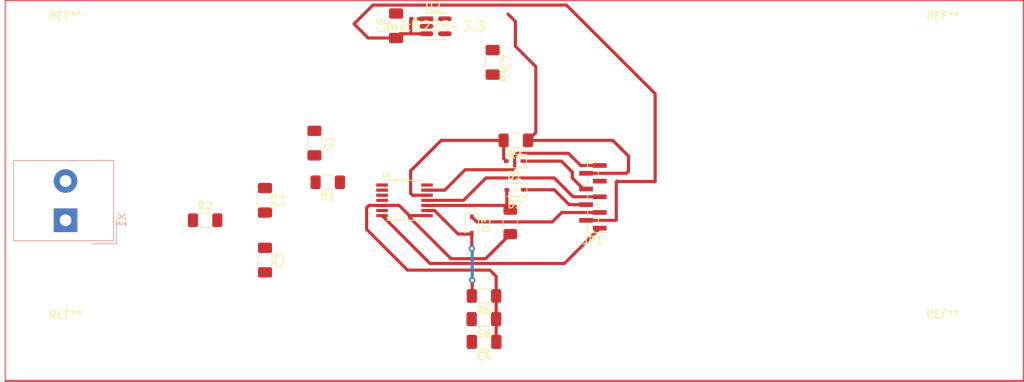
<source format=kicad_pcb>
(kicad_pcb (version 20211014) (generator pcbnew)
  (title_block (title "Thermocouple Amplifier ") (date "2022-08-03") (rev "0.0.0") (company "FirstLink Consulting Services") (comment 1 "I do not know what I  am doing "))
  (layers (0 "F.Cu" signal) (31 "B.Cu" signal) (34 "B.Paste" user) (35 "F.Paste" user) (36 "B.SilkS" user "B.Silkscreen") (37 "F.SilkS" user "F.Silkscreen") (38 "B.Mask" user) (39 "F.Mask" user) (44 "Edge.Cuts" user))
  (net 0 "")
  (net 1 "Net-(C1-Pad2)")
  (net 2 "Net-(C2-Pad2)")
  (net 3 "+3V3")
  (net 4 "VDD")
  (net 5 "Net-(D1-Pad1)")
  (net 6 "Net-(D1-Pad2)")
  (net 7 "Net-(D2-Pad1)")
  (net 8 "Net-(D2-Pad2)")
  (net 9 "Net-(D3-Pad1)")
  (net 10 "Net-(D3-Pad2)")
  (net 11 "/DRDY")
  (net 12 "Net-(JP1-Pad2)")
  (net 13 "Net-(JP1-Pad5)")
  (net 14 "Net-(R1-Pad1)")
  (net 15 "Net-(R2-Pad1)")
  (net 16 "GNDD")
  (footprint "Capacitor_SMD:C_1206_3216Metric_Pad1.33x1.80mm_HandSolder" (layer "F.Cu") (at 114.3 114.3 -90)
    (fp_text reference "C2" (at 0 -1.85 90) (layer "F.SilkS"))
    (fp_text value "0.01uF")
    (fp_line (start -0.711252 -0.91) (end 0.711252 -0.91) (layer "F.SilkS") (width 0.12))
    (fp_line (start -0.711252 0.91) (end 0.711252 0.91) (layer "F.SilkS") (width 0.12))
    (pad "1" smd roundrect (at -1.5625 0 270) (size 1.325 1.8) (layers "F.Cu" "F.Paste" "F.Mask") (roundrect_rratio 0.188679) (net 1 "Net-(C1-Pad2)"))
    (pad "2" smd roundrect (at 1.5625 0 270) (size 1.325 1.8) (layers "F.Cu" "F.Paste" "F.Mask") (roundrect_rratio 0.188679) (net 2 "Net-(C2-Pad2)"))
  )
  (footprint "Capacitor_SMD:C_1206_3216Metric_Pad1.33x1.80mm_HandSolder" (layer "F.Cu") (at 143.3 96.7 -90)
    (fp_text reference "C7" (at 0 -1.85 90) (layer "F.SilkS"))
    (fp_text value "10uF")
    (fp_line (start -0.711252 -0.91) (end 0.711252 -0.91) (layer "F.SilkS") (width 0.12))
    (fp_line (start -0.711252 0.91) (end 0.711252 0.91) (layer "F.SilkS") (width 0.12))
    (pad "1" smd roundrect (at -1.5625 0 270) (size 1.325 1.8) (layers "F.Cu" "F.Paste" "F.Mask") (roundrect_rratio 0.188679) (net 3 "+3V3"))
    (pad "2" smd roundrect (at 1.5625 0 270) (size 1.325 1.8) (layers "F.Cu" "F.Paste" "F.Mask") (roundrect_rratio 0.188679) (net 16 "GNDD"))
  )
  (footprint "Capacitor_SMD:C_1206_3216Metric_Pad1.33x1.80mm_HandSolder" (layer "F.Cu") (at 142.1875 129.45 180)
    (fp_text reference "C6" (at 0 -1.85) (layer "F.SilkS"))
    (fp_text value "0.1uF")
    (fp_line (start -0.711252 -0.91) (end 0.711252 -0.91) (layer "F.SilkS") (width 0.12))
    (fp_line (start -0.711252 0.91) (end 0.711252 0.91) (layer "F.SilkS") (width 0.12))
    (pad "1" smd roundrect (at -1.5625 0 180) (size 1.325 1.8) (layers "F.Cu" "F.Paste" "F.Mask") (roundrect_rratio 0.188679) (net 3 "+3V3"))
    (pad "2" smd roundrect (at 1.5625 0 180) (size 1.325 1.8) (layers "F.Cu" "F.Paste" "F.Mask") (roundrect_rratio 0.188679) (net 16 "GNDD"))
  )
  (footprint "Capacitor_SMD:C_1206_3216Metric_Pad1.33x1.80mm_HandSolder" (layer "F.Cu") (at 114.3 121.92 -90)
    (fp_text reference "C3" (at 0 -1.85 90) (layer "F.SilkS"))
    (fp_text value "0.01uF")
    (fp_line (start -0.711252 0.91) (end 0.711252 0.91) (layer "F.SilkS") (width 0.12))
    (fp_line (start -0.711252 -0.91) (end 0.711252 -0.91) (layer "F.SilkS") (width 0.12))
    (pad "1" smd roundrect (at -1.5625 0 270) (size 1.325 1.8) (layers "F.Cu" "F.Paste" "F.Mask") (roundrect_rratio 0.188679) (net 2 "Net-(C2-Pad2)"))
    (pad "2" smd roundrect (at 1.5625 0 270) (size 1.325 1.8) (layers "F.Cu" "F.Paste" "F.Mask") (roundrect_rratio 0.188679) (net 16 "GNDD"))
  )
  (footprint "MountingHole:MountingHole_2.1mm" (layer "F.Cu") (at 200.66 132.08)
    (fp_text reference "REF**" (at 0 -3.2) (layer "F.SilkS"))
    (fp_text value "MountingHole_2.1mm")
    (pad "" np_thru_hole circle (at 0 0) (size 2.1 2.1) (drill 2.1) (layers *.Cu *.Mask))
  )
  (footprint "MountingHole:MountingHole_2.1mm" (layer "F.Cu") (at 88.9 93.98)
    (fp_text reference "REF**" (at 0 -3.2) (layer "F.SilkS"))
    (fp_text value "MountingHole_2.1mm")
    (pad "" np_thru_hole circle (at 0 0) (size 2.1 2.1) (drill 2.1) (layers *.Cu *.Mask))
    (pad "" np_thru_hole circle (at 0 0) (size 2.1 2.1) (drill 2.1) (layers *.Cu *.Mask))
  )
  (footprint "MountingHole:MountingHole_2.1mm" (layer "F.Cu") (at 88.9 132.08)
    (fp_text reference "REF**" (at 0 -3.2) (layer "F.SilkS"))
    (fp_text value "MountingHole_2.1mm")
    (pad "" np_thru_hole circle (at 0 0) (size 2.1 2.1) (drill 2.1) (layers *.Cu *.Mask))
  )
  (footprint "Resistor_SMD:R_1206_3216Metric_Pad1.30x1.75mm_HandSolder" (layer "F.Cu") (at 106.68 116.84)
    (fp_text reference "R2" (at 0 -1.82) (layer "F.SilkS"))
    (fp_text value "100")
    (fp_line (start -0.727064 0.91) (end 0.727064 0.91) (layer "F.SilkS") (width 0.12))
    (fp_line (start -0.727064 -0.91) (end 0.727064 -0.91) (layer "F.SilkS") (width 0.12))
    (pad "1" smd roundrect (at -1.55 0) (size 1.3 1.75) (layers "F.Cu" "F.Paste" "F.Mask") (roundrect_rratio 0.192308) (net 15 "Net-(R2-Pad1)"))
    (pad "2" smd roundrect (at 1.55 0) (size 1.3 1.75) (layers "F.Cu" "F.Paste" "F.Mask") (roundrect_rratio 0.192308) (net 2 "Net-(C2-Pad2)"))
  )
  (footprint "Diode_SMD:D_SOD-323" (layer "F.Cu") (at 140.65 117.45 -90)
    (fp_text reference "D3" (at 0 -1.85 -270) (layer "F.SilkS"))
    (fp_text value "1N4148")
    (fp_line (start -1.5 -0.85) (end -1.5 0.85) (layer "F.SilkS") (width 0.12))
    (fp_line (start -1.5 0.85) (end 1.05 0.85) (layer "F.SilkS") (width 0.12))
    (fp_line (start -1.5 -0.85) (end 1.05 -0.85) (layer "F.SilkS") (width 0.12))
    (pad "1" smd rect (at -1.05 0 270) (size 0.6 0.45) (layers "F.Cu" "F.Paste" "F.Mask") (net 9 "Net-(D3-Pad1)"))
    (pad "2" smd rect (at 1.05 0 270) (size 0.6 0.45) (layers "F.Cu" "F.Paste" "F.Mask") (net 10 "Net-(D3-Pad2)"))
  )
  (footprint "Resistor_SMD:R_1206_3216Metric_Pad1.30x1.75mm_HandSolder" (layer "F.Cu") (at 146.25 106.65 180)
    (fp_text reference "R3" (at 0 -1.82) (layer "F.SilkS"))
    (fp_text value "10K")
    (fp_line (start -0.727064 -0.91) (end 0.727064 -0.91) (layer "F.SilkS") (width 0.12))
    (fp_line (start -0.727064 0.91) (end 0.727064 0.91) (layer "F.SilkS") (width 0.12))
    (pad "1" smd roundrect (at -1.55 0 180) (size 1.3 1.75) (layers "F.Cu" "F.Paste" "F.Mask") (roundrect_rratio 0.192308) (net 3 "+3V3"))
    (pad "2" smd roundrect (at 1.55 0 180) (size 1.3 1.75) (layers "F.Cu" "F.Paste" "F.Mask") (roundrect_rratio 0.192308) (net 6 "Net-(D1-Pad2)"))
  )
  (footprint "Capacitor_SMD:C_1206_3216Metric_Pad1.33x1.80mm_HandSolder" (layer "F.Cu") (at 131 92.0375 90)
    (fp_text reference "C5" (at 0 -1.85 90) (layer "F.SilkS"))
    (fp_text value "10uF")
    (fp_line (start -0.711252 -0.91) (end 0.711252 -0.91) (layer "F.SilkS") (width 0.12))
    (fp_line (start -0.711252 0.91) (end 0.711252 0.91) (layer "F.SilkS") (width 0.12))
    (pad "1" smd roundrect (at -1.5625 0 90) (size 1.325 1.8) (layers "F.Cu" "F.Paste" "F.Mask") (roundrect_rratio 0.188679) (net 4 "VDD"))
    (pad "2" smd roundrect (at 1.5625 0 90) (size 1.325 1.8) (layers "F.Cu" "F.Paste" "F.Mask") (roundrect_rratio 0.188679) (net 16 "GNDD"))
  )
  (footprint "Capacitor_SMD:C_1206_3216Metric_Pad1.33x1.80mm_HandSolder" (layer "F.Cu") (at 142.2125 132.35 180)
    (fp_text reference "C4" (at 0 -1.85) (layer "F.SilkS"))
    (fp_text value "0.1uF")
    (fp_line (start -0.711252 -0.91) (end 0.711252 -0.91) (layer "F.SilkS") (width 0.12))
    (fp_line (start -0.711252 0.91) (end 0.711252 0.91) (layer "F.SilkS") (width 0.12))
    (pad "1" smd roundrect (at -1.5625 0 180) (size 1.325 1.8) (layers "F.Cu" "F.Paste" "F.Mask") (roundrect_rratio 0.188679) (net 3 "+3V3"))
    (pad "2" smd roundrect (at 1.5625 0 180) (size 1.325 1.8) (layers "F.Cu" "F.Paste" "F.Mask") (roundrect_rratio 0.188679) (net 16 "GNDD"))
  )
  (footprint "Resistor_SMD:R_1206_3216Metric_Pad1.30x1.75mm_HandSolder" (layer "F.Cu") (at 122.3 112 180)
    (fp_text reference "R1" (at 0 -1.82) (layer "F.SilkS"))
    (fp_text value "100")
    (fp_line (start -0.727064 0.91) (end 0.727064 0.91) (layer "F.SilkS") (width 0.12))
    (fp_line (start -0.727064 -0.91) (end 0.727064 -0.91) (layer "F.SilkS") (width 0.12))
    (pad "1" smd roundrect (at -1.55 0 180) (size 1.3 1.75) (layers "F.Cu" "F.Paste" "F.Mask") (roundrect_rratio 0.192308) (net 14 "Net-(R1-Pad1)"))
    (pad "2" smd roundrect (at 1.55 0 180) (size 1.3 1.75) (layers "F.Cu" "F.Paste" "F.Mask") (roundrect_rratio 0.192308) (net 1 "Net-(C1-Pad2)"))
  )
  (footprint "Diode_SMD:D_SOD-323" (layer "F.Cu") (at 146.1 109.3 180)
    (fp_text reference "D1" (at 0 -1.85) (layer "F.SilkS"))
    (fp_text value "1N4148")
    (fp_line (start -1.5 -0.85) (end -1.5 0.85) (layer "F.SilkS") (width 0.12))
    (fp_line (start -1.5 0.85) (end 1.05 0.85) (layer "F.SilkS") (width 0.12))
    (fp_line (start -1.5 -0.85) (end 1.05 -0.85) (layer "F.SilkS") (width 0.12))
    (pad "1" smd rect (at -1.05 0 180) (size 0.6 0.45) (layers "F.Cu" "F.Paste" "F.Mask") (net 5 "Net-(D1-Pad1)"))
    (pad "2" smd rect (at 1.05 0 180) (size 0.6 0.45) (layers "F.Cu" "F.Paste" "F.Mask") (net 6 "Net-(D1-Pad2)"))
  )
  (footprint "MAX31856MUD_:SOP65P640X110-14N" (layer "F.Cu") (at 132.08 114.3)
    (fp_text reference "U1" (at -2.285858 -3.240391) (layer "F.SilkS") (effects (font (size 0.514253 0.514253))))
    (fp_text value "MAX31856")
    (fp_line (start 2.25 -2.55) (end -2.25 -2.55) (layer "F.SilkS") (width 0.127))
    (fp_line (start -2.25 2.55) (end 2.25 2.55) (layer "F.SilkS") (width 0.127))
    (fp_circle (center -3.964 -1.932) (end -3.864 -1.932) (layer "F.SilkS") (width 0.2) (fill none))
    (pad "1" smd roundrect locked (at -2.865 -1.95) (size 1.48 0.41) (layers "F.Cu" "F.Paste" "F.Mask") (roundrect_rratio 0.02) (net 16 "GNDD"))
    (pad "2" smd roundrect locked (at -2.865 -1.3) (size 1.48 0.41) (layers "F.Cu" "F.Paste" "F.Mask") (roundrect_rratio 0.02) (net 14 "Net-(R1-Pad1)"))
    (pad "3" smd roundrect locked (at -2.865 -0.65) (size 1.48 0.41) (layers "F.Cu" "F.Paste" "F.Mask") (roundrect_rratio 0.02) (net 1 "Net-(C1-Pad2)"))
    (pad "4" smd roundrect locked (at -2.865 0) (size 1.48 0.41) (layers "F.Cu" "F.Paste") (roundrect_rratio 0.02) (net 2 "Net-(C2-Pad2)"))
    (pad "5" smd roundrect locked (at -2.865 0.65) (size 1.48 0.41) (layers "F.Cu" "F.Paste" "F.Mask") (roundrect_rratio 0.02) (net 3 "+3V3"))
    (pad "6" smd roundrect locked (at -2.865 1.3) (size 1.48 0.41) (layers "F.Cu" "F.Paste" "F.Mask") (roundrect_rratio 0.02))
    (pad "7" smd roundrect locked (at -2.865 1.95) (size 1.48 0.41) (layers "F.Cu" "F.Paste" "F.Mask") (roundrect_rratio 0.02) (net 11 "/DRDY"))
    (pad "8" smd roundrect locked (at 2.865 1.95 180) (size 1.48 0.41) (layers "F.Cu" "F.Paste" "F.Mask") (roundrect_rratio 0.02) (net 3 "+3V3"))
    (pad "9" smd roundrect locked (at 2.865 1.3 180) (size 1.48 0.41) (layers "F.Cu" "F.Paste" "F.Mask") (roundrect_rratio 0.02) (net 10 "Net-(D3-Pad2)"))
    (pad "10" smd roundrect locked (at 2.865 0.65 180) (size 1.48 0.41) (layers "F.Cu" "F.Paste" "F.Mask") (roundrect_rratio 0.02) (net 8 "Net-(D2-Pad2)"))
    (pad "11" smd roundrect locked (at 2.865 0 180) (size 1.48 0.41) (layers "F.Cu" "F.Paste" "F.Mask") (roundrect_rratio 0.02) (net 13 "Net-(JP1-Pad5)"))
    (pad "12" smd roundrect locked (at 2.865 -0.65 180) (size 1.48 0.41) (layers "F.Cu" "F.Paste" "F.Mask") (roundrect_rratio 0.02) (net 6 "Net-(D1-Pad2)"))
    (pad "13" smd roundrect locked (at 2.865 -1.3 180) (size 1.48 0.41) (layers "F.Cu" "F.Paste" "F.Mask") (roundrect_rratio 0.02) (net 12 "Net-(JP1-Pad2)"))
    (pad "14" smd roundrect locked (at 2.865 -1.95 180) (size 1.48 0.41) (layers "F.Cu" "F.Paste" "F.Mask") (roundrect_rratio 0.02))
  )
  (footprint "MountingHole:MountingHole_2.1mm" (layer "F.Cu") (at 200.66 93.98)
    (fp_text reference "REF**" (at 0 -3.2) (layer "F.SilkS"))
    (fp_text value "MountingHole_2.1mm")
    (pad "" np_thru_hole circle (at 0 0) (size 2.1 2.1) (drill 2.1) (layers *.Cu *.Mask))
  )
  (footprint "Diode_SMD:D_SOD-323" (layer "F.Cu") (at 146.15 112.95 180)
    (fp_text reference "D2" (at 0 -1.85) (layer "F.SilkS"))
    (fp_text value "1N4148")
    (fp_line (start -1.5 -0.85) (end 1.05 -0.85) (layer "F.SilkS") (width 0.12))
    (fp_line (start -1.5 0.85) (end 1.05 0.85) (layer "F.SilkS") (width 0.12))
    (fp_line (start -1.5 -0.85) (end -1.5 0.85) (layer "F.SilkS") (width 0.12))
    (pad "1" smd rect (at -1.05 0 180) (size 0.6 0.45) (layers "F.Cu" "F.Paste" "F.Mask") (net 7 "Net-(D2-Pad1)"))
    (pad "2" smd rect (at 1.05 0 180) (size 0.6 0.45) (layers "F.Cu" "F.Paste" "F.Mask") (net 8 "Net-(D2-Pad2)"))
  )
  (footprint "Resistor_SMD:R_1206_3216Metric_Pad1.30x1.75mm_HandSolder" (layer "F.Cu") (at 142.2 126.5 180)
    (fp_text reference "R5" (at 0 -1.82) (layer "F.SilkS"))
    (fp_text value "10K")
    (fp_line (start -0.727064 -0.91) (end 0.727064 -0.91) (layer "F.SilkS") (width 0.12))
    (fp_line (start -0.727064 0.91) (end 0.727064 0.91) (layer "F.SilkS") (width 0.12))
    (pad "1" smd roundrect (at -1.55 0 180) (size 1.3 1.75) (layers "F.Cu" "F.Paste" "F.Mask") (roundrect_rratio 0.192308) (net 3 "+3V3"))
    (pad "2" smd roundrect (at 1.55 0 180) (size 1.3 1.75) (layers "F.Cu" "F.Paste" "F.Mask") (roundrect_rratio 0.192308) (net 10 "Net-(D3-Pad2)"))
  )
  (footprint "Connector_PinHeader_1.00mm:PinHeader_1x09_P1.00mm_Vertical_SMD_Pin1Left" (layer "F.Cu") (at 156.075 113.85 180)
    (fp_text reference "JP1" (at 0 -5.56) (layer "F.SilkS"))
    (fp_text value "HEADER-1X970MIL")
    (fp_line (start -0.695 0.56) (end -0.695 1.44) (layer "F.SilkS") (width 0.12))
    (fp_line (start -0.695 -4.56) (end -0.695 -4.56) (layer "F.SilkS") (width 0.12))
    (fp_line (start -0.695 2.56) (end -0.695 3.44) (layer "F.SilkS") (width 0.12))
    (fp_line (start 0.695 4.56) (end 0.695 4.56) (layer "F.SilkS") (width 0.12))
    (fp_line (start -0.695 -4.56) (end 0.695 -4.56) (layer "F.SilkS") (width 0.12))
    (fp_line (start -0.695 4.56) (end 0.695 4.56) (layer "F.SilkS") (width 0.12))
    (fp_line (start -0.695 -3.44) (end -0.695 -2.56) (layer "F.SilkS") (width 0.12))
    (fp_line (start 0.695 -4.56) (end 0.695 -3.56) (layer "F.SilkS") (width 0.12))
    (fp_line (start -0.695 -1.44) (end -0.695 -0.56) (layer "F.SilkS") (width 0.12))
    (fp_line (start 0.695 1.56) (end 0.695 2.44) (layer "F.SilkS") (width 0.12))
    (fp_line (start -0.695 -4.56) (end -1.69 -4.56) (layer "F.SilkS") (width 0.12))
    (fp_line (start 0.695 -0.44) (end 0.695 0.44) (layer "F.SilkS") (width 0.12))
    (fp_line (start 0.695 3.56) (end 0.695 4.56) (layer "F.SilkS") (width 0.12))
    (fp_line (start 0.695 -2.44) (end 0.695 -1.56) (layer "F.SilkS") (width 0.12))
    (pad "1" smd rect (at -0.875 -4 180) (size 1.75 0.6) (layers "F.Cu" "F.Paste" "F.Mask") (net 11 "/DRDY"))
    (pad "2" smd rect (at 0.875 -3 180) (size 1.75 0.6) (layers "F.Cu" "F.Paste" "F.Mask") (net 4 "VDD"))
    (pad "3" smd rect (at -0.875 -2 180) (size 1.75 0.6) (layers "F.Cu" "F.Paste" "F.Mask") (net 9 "Net-(D3-Pad1)"))
    (pad "4" smd rect (at 0.875 -1 180) (size 1.75 0.6) (layers "F.Cu" "F.Paste" "F.Mask") (net 7 "Net-(D2-Pad1)"))
    (pad "5" smd rect (at -0.875 0 180) (size 1.75 0.6) (layers "F.Cu" "F.Paste" "F.Mask") (net 13 "Net-(JP1-Pad5)"))
    (pad "6" smd rect (at 0.875 1 180) (size 1.75 0.6) (layers "F.Cu" "F.Paste" "F.Mask") (net 5 "Net-(D1-Pad1)"))
    (pad "7" smd rect (at -0.875 2 180) (size 1.75 0.6) (layers "F.Cu" "F.Paste" "F.Mask") (net 16 "GNDD"))
    (pad "8" smd rect (at 0.875 3 180) (size 1.75 0.6) (layers "F.Cu" "F.Paste" "F.Mask") (net 3 "+3V3"))
    (pad "9" smd rect (at -0.875 4 180) (size 1.75 0.6) (layers "F.Cu" "F.Paste" "F.Mask") (net 12 "Net-(JP1-Pad2)"))
  )
  (footprint "Capacitor_SMD:C_1206_3216Metric_Pad1.33x1.80mm_HandSolder" (layer "F.Cu") (at 120.6 107 -90)
    (fp_text reference "C1" (at 0 -1.85 90) (layer "F.SilkS"))
    (fp_text value "0.01uF")
    (fp_line (start -0.711252 0.91) (end 0.711252 0.91) (layer "F.SilkS") (width 0.12))
    (fp_line (start -0.711252 -0.91) (end 0.711252 -0.91) (layer "F.SilkS") (width 0.12))
    (pad "1" smd roundrect (at -1.5625 0 270) (size 1.325 1.8) (layers "F.Cu" "F.Paste" "F.Mask") (roundrect_rratio 0.188679) (net 16 "GNDD"))
    (pad "2" smd roundrect (at 1.5625 0 270) (size 1.325 1.8) (layers "F.Cu" "F.Paste" "F.Mask") (roundrect_rratio 0.188679) (net 1 "Net-(C1-Pad2)"))
  )
  (footprint "IC_Microchip Technology_MIC5225-3:Microchip_Technology-SOT23-5LD-PL-1-0-0-IPC_A" (layer "F.Cu") (at 136.04 92.1)
    (fp_text reference "U2" (at -1.4281 -2.5) (layer "F.SilkS") (effects (justify left)))
    (fp_text value "mic5225-3.3" (at 0 0) (layer "F.SilkS") (effects (font (size 1.27 1.27))))
    (fp_line (start -1.4 1.7) (end 1.4 1.7) (layer "F.SilkS") (width 0.15))
    (fp_line (start -1.4 -1.7) (end 1.4 -1.7) (layer "F.SilkS") (width 0.15))
    (fp_circle (center -2.6031 -0.95) (end -2.4781 -0.95) (layer "F.SilkS") (width 0.25) (fill none))
    (pad "1" smd rect locked (at -1.175281 -0.95) (size 1.755639 0.609807) (layers "F.Cu" "F.Paste" "F.Mask") (net 4 "VDD"))
    (pad "2" smd roundrect locked (at -1.175281 0.000001) (size 1.755639 0.609807) (layers "F.Cu" "F.Paste" "F.Mask") (roundrect_rratio 0.5) (net 16 "GNDD"))
    (pad "3" smd roundrect locked (at -1.175281 0.950001) (size 1.755639 0.609807) (layers "F.Cu" "F.Paste" "F.Mask") (roundrect_rratio 0.5) (net 4 "VDD"))
    (pad "4" smd roundrect locked (at 1.175282 0.950001) (size 1.755639 0.609807) (layers "F.Cu" "F.Paste" "F.Mask") (roundrect_rratio 0.5))
    (pad "5" smd roundrect locked (at 1.175282 -0.95) (size 1.755639 0.609807) (layers "F.Cu" "F.Paste" "F.Mask") (roundrect_rratio 0.5) (net 3 "+3V3"))
  )
  (footprint "Resistor_SMD:R_1206_3216Metric_Pad1.30x1.75mm_HandSolder" (layer "F.Cu") (at 145.55 117.05 90)
    (fp_text reference "R4" (at 18.8 -0.72 90) (layer "F.SilkS"))
    (fp_text value "10K")
    (fp_line (start -0.727064 -0.91) (end 0.727064 -0.91) (layer "F.SilkS") (width 0.12))
    (fp_line (start -0.727064 0.91) (end 0.727064 0.91) (layer "F.SilkS") (width 0.12))
    (pad "1" smd roundrect (at -1.55 0 90) (size 1.3 1.75) (layers "F.Cu" "F.Paste" "F.Mask") (roundrect_rratio 0.192308) (net 3 "+3V3"))
    (pad "2" smd roundrect (at 1.55 0 90) (size 1.3 1.75) (layers "F.Cu" "F.Paste" "F.Mask") (roundrect_rratio 0.192308) (net 8 "Net-(D2-Pad2)"))
  )
  (footprint "TerminalBlock_Altech:Altech_AK300_1x02_P5.00mm_45-Degree" (layer "B.Cu") (at 88.9 116.84 90)
    (fp_text reference "X1" (at 0 7.2 90) (layer "B.SilkS") (effects (justify mirror)))
    (fp_text value "3.5mm term")
    (fp_line (start -3 3.5) (end -3 6.5) (layer "B.SilkS") (width 0.12))
    (fp_line (start -2.62 6.12) (end 7.62 6.12) (layer "B.SilkS") (width 0.12))
    (fp_line (start -2.62 6.12) (end -2.62 -6.62) (layer "B.SilkS") (width 0.12))
    (fp_line (start 7.62 6.12) (end 7.62 -6.62) (layer "B.SilkS") (width 0.12))
    (fp_line (start -2.62 -6.62) (end 7.62 -6.62) (layer "B.SilkS") (width 0.12))
    (fp_line (start -2.62 6.12) (end -2.62 -6.62) (layer "B.SilkS") (width 0.12))
    (fp_line (start -2.62 -6.62) (end 7.62 -6.62) (layer "B.SilkS") (width 0.12))
    (fp_line (start 7.62 6.12) (end 7.62 -6.62) (layer "B.SilkS") (width 0.12))
    (fp_line (start -3 6.5) (end 0 6.5) (layer "B.SilkS") (width 0.12))
    (fp_line (start -2.62 6.12) (end 7.62 6.12) (layer "B.SilkS") (width 0.12))
    (pad "1" thru_hole rect (at 0 0 90) (size 3 3) (drill 1.5) (layers *.Cu *.Mask) (net 15 "Net-(R2-Pad1)"))
    (pad "2" thru_hole circle (at 5 0 90) (size 3 3) (drill 1.5) (layers *.Cu *.Mask) (net 14 "Net-(R1-Pad1)"))
  )
  (gr_rect (start 81.25 137.35) (end 210.9 88.85) (layer "F.Cu") (width 0.2) (fill none))
  (gr_rect (start 210.82 137.16) (end 81.28 88.9) (layer "Edge.Cuts") (width 0.1) (fill none))
  (via (at 140.65 120.45) (size 0.8) (drill 0.4) (layers "F.Cu" "B.Cu") (net 0))
  (segment (start 145.55 118.6) (end 142.4 121.75) (width 0.4) (layer "F.Cu") (net 3))
  (segment (start 134.945 116.25) (end 132.7 116.25) (width 0.4) (layer "F.Cu") (net 3))
  (segment (start 138 121.75) (end 132.7 116.45) (width 0.4) (layer "F.Cu") (net 3))
  (segment (start 148.8 97.25) (end 148.8 105.65) (width 0.4) (layer "F.Cu") (net 3))
  (segment (start 132.45 123.2) (end 127.25 118) (width 0.4) (layer "F.Cu") (net 3))
  (segment (start 132.7 116.25) (end 131.4 114.95) (width 0.4) (layer "F.Cu") (net 3))
  (segment (start 146.2 94.65) (end 148.8 97.25) (width 0.4) (layer "F.Cu") (net 3))
  (segment (start 143.75 126.5) (end 143.75 132.325) (width 0.4) (layer "F.Cu") (net 3))
  (segment (start 145.25 90.5375) (end 146.2 91.4875) (width 0.4) (layer "F.Cu") (net 3))
  (segment (start 143.75 124) (end 142.95 123.2) (width 0.4) (layer "F.Cu") (net 3))
  (segment (start 131.4 114.95) (end 129.215 114.95) (width 0.4) (layer "F.Cu") (net 3))
  (segment (start 143.75 132.325) (end 143.775 132.35) (width 0.4) (layer "F.Cu") (net 3))
  (segment (start 142.95 123.2) (end 132.45 123.2) (width 0.4) (layer "F.Cu") (net 3))
  (segment (start 143.75 126.5) (end 143.75 124) (width 0.4) (layer "F.Cu") (net 3))
  (segment (start 142.4 121.75) (end 138 121.75) (width 0.4) (layer "F.Cu") (net 3))
  (segment (start 155.2 110.85) (end 160.35 110.85) (width 0.4) (layer "F.Cu") (net 3))
  (segment (start 158.6 106.65) (end 147.8 106.65) (width 0.4) (layer "F.Cu") (net 3))
  (segment (start 127.55 114.95) (end 129.215 114.95) (width 0.4) (layer "F.Cu") (net 3))
  (segment (start 160.6 108.65) (end 158.6 106.65) (width 0.4) (layer "F.Cu") (net 3))
  (segment (start 148.8 105.65) (end 147.8 106.65) (width 0.4) (layer "F.Cu") (net 3))
  (segment (start 160.35 110.85) (end 160.6 110.6) (width 0.4) (layer "F.Cu") (net 3))
  (segment (start 146.2 91.4875) (end 146.2 94.65) (width 0.4) (layer "F.Cu") (net 3))
  (segment (start 160.6 110.6) (end 160.6 108.65) (width 0.4) (layer "F.Cu") (net 3))
  (segment (start 127.25 115.25) (end 127.55 114.95) (width 0.4) (layer "F.Cu") (net 3))
  (segment (start 127.25 118) (end 127.25 115.25) (width 0.4) (layer "F.Cu") (net 3))
  (segment (start 132.7 116.45) (end 132.7 116.25) (width 0.4) (layer "F.Cu") (net 3))
  (segment (start 134.864719 91.15) (end 132.95 91.15) (width 0.4) (layer "F.Cu") (net 4))
  (segment (start 159.05 111.95) (end 159.05 116.8) (width 0.4) (layer "F.Cu") (net 4))
  (segment (start 159 116.85) (end 155.2 116.85) (width 0.4) (layer "F.Cu") (net 4))
  (segment (start 159.15 111.85) (end 159.05 111.95) (width 0.4) (layer "F.Cu") (net 4))
  (segment (start 164 111.9) (end 159.2 111.9) (width 0.4) (layer "F.Cu") (net 4))
  (segment (start 164 100.7) (end 164 111.9) (width 0.4) (layer "F.Cu") (net 4))
  (segment (start 125.65 91.8) (end 128.05 89.4) (width 0.4) (layer "F.Cu") (net 4))
  (segment (start 132.849999 91.150001) (end 132.849999 93.050001) (width 0.4) (layer "F.Cu") (net 4))
  (segment (start 159.05 116.8) (end 159 116.85) (width 0.4) (layer "F.Cu") (net 4))
  (segment (start 152.7 89.4) (end 164 100.7) (width 0.4) (layer "F.Cu") (net 4))
  (segment (start 131.549999 93.050001) (end 131 93.6) (width 0.4) (layer "F.Cu") (net 4))
  (segment (start 132.849999 93.050001) (end 131.549999 93.050001) (width 0.4) (layer "F.Cu") (net 4))
  (segment (start 127.45 93.6) (end 125.65 91.8) (width 0.4) (layer "F.Cu") (net 4))
  (segment (start 132.9 91.1) (end 132.849999 91.150001) (width 0.4) (layer "F.Cu") (net 4))
  (segment (start 134.864719 93.050001) (end 132.849999 93.050001) (width 0.4) (layer "F.Cu") (net 4))
  (segment (start 159.2 111.9) (end 159.15 111.85) (width 0.4) (layer "F.Cu") (net 4))
  (segment (start 132.95 91.15) (end 132.9 91.1) (width 0.4) (layer "F.Cu") (net 4))
  (segment (start 128.05 89.4) (end 152.7 89.4) (width 0.4) (layer "F.Cu") (net 4))
  (segment (start 131 93.6) (end 127.45 93.6) (width 0.4) (layer "F.Cu") (net 4))
  (segment (start 153.45 111.45) (end 154.85 112.85) (width 0.4) (layer "F.Cu") (net 5))
  (segment (start 147.15 109.3) (end 152.05 109.3) (width 0.4) (layer "F.Cu") (net 5))
  (segment (start 154.85 112.85) (end 155.2 112.85) (width 0.4) (layer "F.Cu") (net 5))
  (segment (start 153.45 110.7) (end 153.45 111.45) (width 0.4) (layer "F.Cu") (net 5))
  (segment (start 152.05 109.3) (end 153.45 110.7) (width 0.4) (layer "F.Cu") (net 5))
  (segment (start 132.85 113.4) (end 132.85 110.55) (width 0.4) (layer "F.Cu") (net 6))
  (segment (start 133.2 113.65) (end 133.15 113.7) (width 0.4) (layer "F.Cu") (net 6))
  (segment (start 136.75 106.65) (end 144.7 106.65) (width 0.4) (layer "F.Cu") (net 6))
  (segment (start 132.85 110.55) (end 136.75 106.65) (width 0.4) (layer "F.Cu") (net 6))
  (segment (start 134.945 113.65) (end 133.2 113.65) (width 0.4) (layer "F.Cu") (net 6))
  (segment (start 133.15 113.7) (end 132.85 113.4) (width 0.4) (layer "F.Cu") (net 6))
  (segment (start 144.7 108.95) (end 145.05 109.3) (width 0.4) (layer "F.Cu") (net 6))
  (segment (start 144.7 106.65) (end 144.7 108.95) (width 0.4) (layer "F.Cu") (net 6))
  (segment (start 153.05 114.85) (end 155.2 114.85) (width 0.4) (layer "F.Cu") (net 7))
  (segment (start 147.2 112.95) (end 151.15 112.95) (width 0.4) (layer "F.Cu") (net 7))
  (segment (start 151.15 112.95) (end 153.05 114.85) (width 0.4) (layer "F.Cu") (net 7))
  (segment (start 145.1 112.95) (end 145.1 115.05) (width 0.4) (layer "F.Cu") (net 8))
  (segment (start 145.1 115.05) (end 145.55 115.5) (width 0.4) (layer "F.Cu") (net 8))
  (segment (start 145 114.95) (end 145.55 115.5) (width 0.4) (layer "F.Cu") (net 8))
  (segment (start 134.945 114.95) (end 145 114.95) (width 0.4) (layer "F.Cu") (net 8))
  (segment (start 152.1 115.85) (end 150.9 117.05) (width 0.4) (layer "F.Cu") (net 9))
  (segment (start 156.95 115.85) (end 152.1 115.85) (width 0.4) (layer "F.Cu") (net 9))
  (segment (start 150.9 117.05) (end 141.3 117.05) (width 0.4) (layer "F.Cu") (net 9))
  (segment (start 141.3 117.05) (end 140.65 116.4) (width 0.4) (layer "F.Cu") (net 9))
  (segment (start 140.7 126.45) (end 140.65 126.5) (width 0.4) (layer "F.Cu") (net 10))
  (segment (start 138.9 118.6) (end 140.55 118.6) (width 0.4) (layer "F.Cu") (net 10))
  (segment (start 140.65 118.5) (end 140.65 120.45) (width 0.4) (layer "F.Cu") (net 10))
  (segment (start 135.9 115.6) (end 138.9 118.6) (width 0.4) (layer "F.Cu") (net 10))
  (segment (start 140.7 124.5) (end 140.7 126.45) (width 0.4) (layer "F.Cu") (net 10))
  (segment (start 140.55 118.6) (end 140.65 118.5) (width 0.4) (layer "F.Cu") (net 10))
  (segment (start 134.945 115.6) (end 135.9 115.6) (width 0.4) (layer "F.Cu") (net 10))
  (via (at 140.7 124.5) (size 0.8) (drill 0.4) (layers "F.Cu" "B.Cu") (net 10))
  (segment (start 140.7 124.5) (end 140.7 120.5) (width 0.4) (layer "B.Cu") (net 10))
  (segment (start 140.7 120.5) (end 140.65 120.45) (width 0.4) (layer "B.Cu") (net 10))
  (segment (start 135.315 122.35) (end 152.45 122.35) (width 0.4) (layer "F.Cu") (net 11))
  (segment (start 152.45 122.35) (end 156.95 117.85) (width 0.4) (layer "F.Cu") (net 11))
  (segment (start 129.215 116.25) (end 135.315 122.35) (width 0.4) (layer "F.Cu") (net 11))
  (segment (start 146.1 108.65) (end 146.1 110.1) (width 0.4) (layer "F.Cu") (net 12))
  (segment (start 156.95 109.85) (end 154.5 109.85) (width 0.4) (layer "F.Cu") (net 12))
  (segment (start 146.1 110.1) (end 145.8 110.4) (width 0.4) (layer "F.Cu") (net 12))
  (segment (start 154.5 109.85) (end 152.95 108.3) (width 0.4) (layer "F.Cu") (net 12))
  (segment (start 152.95 108.3) (end 146.45 108.3) (width 0.4) (layer "F.Cu") (net 12))
  (segment (start 146.45 108.3) (end 146.1 108.65) (width 0.4) (layer "F.Cu") (net 12))
  (segment (start 139.8 110.4) (end 137.2 113) (width 0.4) (layer "F.Cu") (net 12))
  (segment (start 137.2 113) (end 134.945 113) (width 0.4) (layer "F.Cu") (net 12))
  (segment (start 145.8 110.4) (end 139.8 110.4) (width 0.4) (layer "F.Cu") (net 12))
  (segment (start 151.15 111.45) (end 153.55 113.85) (width 0.4) (layer "F.Cu") (net 13))
  (segment (start 153.55 113.85) (end 156.95 113.85) (width 0.4) (layer "F.Cu") (net 13))
  (segment (start 142.45 111.45) (end 151.15 111.45) (width 0.4) (layer "F.Cu") (net 13))
  (segment (start 139.6 114.3) (end 142.45 111.45) (width 0.4) (layer "F.Cu") (net 13))
  (segment (start 134.945 114.3) (end 139.6 114.3) (width 0.4) (layer "F.Cu") (net 13))
)
</source>
